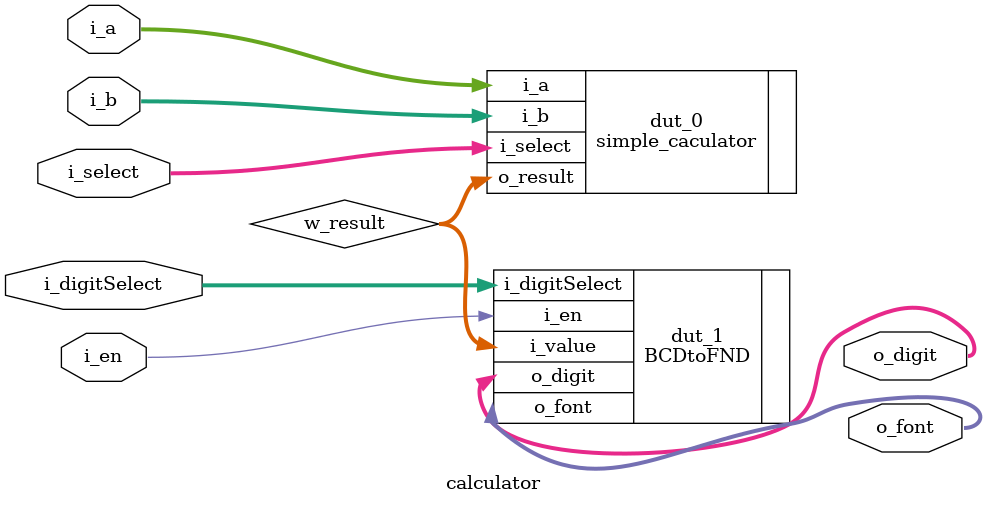
<source format=v>
`timescale 1ns / 1ps

module calculator(
    input [3:0] i_a, i_b,
    input [1:0] i_select,
    input [1:0] i_digitSelect,
    input i_en,

    output [3:0] o_digit,
    output [7:0] o_font
    );

    wire [3:0] w_result;

    simple_caculator dut_0(
        .i_a(i_a),
        .i_b(i_b),
        .i_select(i_select),

        .o_result(w_result)
    );

    BCDtoFND dut_1(
        .i_digitSelect(i_digitSelect),
        .i_value(w_result),
        .i_en(i_en),

        .o_digit(o_digit),
        .o_font(o_font)
    );

endmodule

</source>
